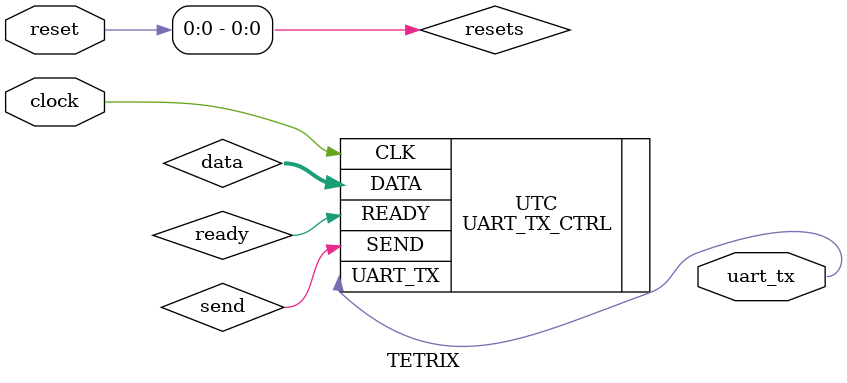
<source format=v>
`timescale 1ns / 1ps


module TETRIX(
    input clock,
    input reset,
    output uart_tx
    );
    wire [199:0] G0;
    wire [199:0] G1;
    wire [199:0] G2;
    wire [199:0] G3;
    wire [3:0] control0;
    wire [3:0] control1;
    wire [3:0] control2;
    wire [3:0] control3;
    wire [3:0] resets;
    
    assign resets[0]=reset;
    Tetris T(control0,resets[0],G0);
    wire ready;
    reg [7:0] data;
    reg send;
    UART_TX_CTRL UTC(.CLK(clock),.READY(ready),.UART_TX(uart_tx),.DATA(data),.SEND(send));
endmodule

</source>
